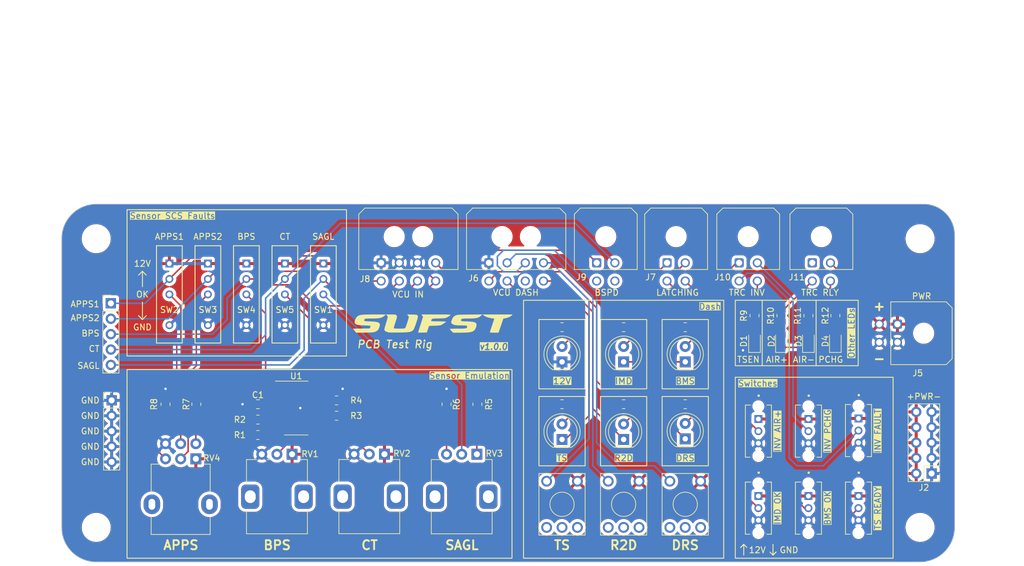
<source format=kicad_pcb>
(kicad_pcb (version 20221018) (generator pcbnew)
  (layers (0 "F.Cu" signal) (31 "B.Cu" signal) (34 "B.Paste" user) (35 "F.Paste" user) (36 "B.SilkS" user "B.Silkscreen") (37 "F.SilkS" user "F.Silkscreen") (38 "B.Mask" user) (39 "F.Mask" user) (44 "Edge.Cuts" user))
  (net 0 "")
  (net 1 "+12V")
  (net 2 "/APPS_1")
  (net 3 "GND")
  (net 4 "/APPS_2")
  (net 5 "/BPS")
  (net 6 "/TS_ON_BTN")
  (net 7 "/R2D_BTN")
  (net 8 "/DRS_BTN")
  (net 9 "Net-(R5-Pad1)")
  (net 10 "Net-(U1A--)")
  (net 11 "Net-(U1C-+)")
  (net 12 "Net-(U1B--)")
  (net 13 "Net-(U1D-+)")
  (net 14 "Net-(D1-A)")
  (net 15 "Net-(D2-A)")
  (net 16 "Net-(D3-A)")
  (net 17 "Net-(D4-A)")
  (net 18 "Net-(D5-A)")
  (net 19 "Net-(D6-A)")
  (net 20 "Net-(R6-Pad2)")
  (net 21 "Net-(R7-Pad1)")
  (net 22 "Net-(D7-A)")
  (net 23 "Net-(D8-A)")
  (net 24 "Net-(D9-A)")
  (net 25 "Net-(D10-A)")
  (net 26 "Net-(U1A-+)")
  (net 27 "Net-(U1B-+)")
  (net 28 "/TS_READY")
  (net 29 "Net-(R8-Pad2)")
  (net 30 "Net-(RV3-Pad2)")
  (net 31 "Net-(RV4-Pad5)")
  (net 32 "Net-(RV4-Pad2)")
  (net 33 "Net-(U1C--)")
  (net 34 "Net-(U1D--)")
  (net 35 "/CT")
  (net 36 "/SAGL")
  (net 37 "/TS_ON_LED")
  (net 38 "/R2D_LED")
  (net 39 "/DRS_LED")
  (net 40 "/IMD_LED")
  (net 41 "/BMS_LED")
  (net 42 "/VC_LEDS")
  (net 43 "/IMD_OK")
  (net 44 "/BMS_DCHG_EN")
  (net 47 "/INV_MAIN_CONTACTOR")
  (net 48 "/INV_PCHG_RLY")
  (net 49 "/INV_FAULT")
  (net 50 "/TS_ENABLED")
  (net 51 "/CLOSE_NEG_AIR")
  (net 52 "/CLOSE_POS_AIR")
  (net 53 "/CLOSE_PCHG_RLY")
  (footprint "SUFST:sufst-text" (layer "F.Cu") (at 138.683998 95.885)
    (fp_text reference "G***" hide)
    (fp_text value "LOGO" hide)
  )
  (footprint "Resistor_SMD:R_0805_2012Metric_Pad1.20x1.40mm_HandSolder" (layer "F.Cu") (at 160.02 109.22)
    (fp_text reference "R14" hide)
    (fp_text value "?k")
  )
  (footprint "Resistor_SMD:R_0805_2012Metric_Pad1.20x1.40mm_HandSolder" (layer "F.Cu") (at 122.825 108.585)
    (fp_text reference "R4")
    (fp_text value "?k")
  )
  (footprint "Connector_Molex:Molex_Micro-Fit_3.0_43045-0400_2x02_P3.00mm_Horizontal" (layer "F.Cu") (at 165.735 85.9)
    (fp_text reference "J9")
    (fp_text value "BSPD")
  )
  (footprint "LED_SMD:LED_0805_2012Metric_Pad1.15x1.40mm_HandSolder" (layer "F.Cu") (at 205.105 98.815 90)
    (fp_text reference "D4")
    (fp_text value "LED4")
  )
  (footprint "Connector_PinHeader_2.54mm:PinHeader_1x05_P2.54mm_Vertical" (layer "F.Cu") (at 85.598 92.583)
    (fp_text reference "J4" hide)
    (fp_text value "Conn_01x05_Pin")
  )
  (footprint "SUFST:SS14MDP2_NKK" (layer "F.Cu") (at 114.3 86.025)
    (fp_text reference "SW5")
    (fp_text value "SW_SP3T")
  )
  (footprint "LED_THT:LED_D5.0mm" (layer "F.Cu") (at 160.02 115.03 90)
    (fp_text reference "D6" hide)
    (fp_text value "TS On")
  )
  (footprint "Resistor_SMD:R_0805_2012Metric_Pad1.20x1.40mm_HandSolder" (layer "F.Cu") (at 196.215 94.615 -90)
    (fp_text reference "R10")
    (fp_text value "?k")
  )
  (footprint "SUFST:SS14MDP2_NKK" (layer "F.Cu") (at 101.6 86.025)
    (fp_text reference "SW3")
    (fp_text value "SW_SP3T")
  )
  (footprint "SUFST:SS14MDP2_NKK" (layer "F.Cu") (at 107.95 86.025)
    (fp_text reference "SW4")
    (fp_text value "SW_SP3T")
  )
  (footprint "LED_THT:LED_D5.0mm" (layer "F.Cu") (at 180.34 114.935 90)
    (fp_text reference "D8" hide)
    (fp_text value "DRS")
  )
  (footprint "Connector_PinHeader_2.54mm:PinHeader_1x05_P2.54mm_Vertical" (layer "F.Cu") (at 85.725 108.585)
    (fp_text reference "J1" hide)
    (fp_text value "Conn_01x05_Pin")
  )
  (footprint "SUFST:SW_OS102011MS2QN1" (layer "F.Cu") (at 208.915 113.57 -90)
    (fp_text reference "SW10" hide)
    (fp_text value "DIGI_4")
  )
  (footprint "SUFST:SW_OS102011MS2QN1" (layer "F.Cu") (at 208.915 126.365 -90)
    (fp_text reference "SW8" hide)
    (fp_text value "DIGI_3")
  )
  (footprint "Resistor_SMD:R_0805_2012Metric_Pad1.20x1.40mm_HandSolder" (layer "F.Cu") (at 160.02 96.52)
    (fp_text reference "R13" hide)
    (fp_text value "?k")
  )
  (footprint "Package_SO:SOIC-14_3.9x8.7mm_P1.27mm" (layer "F.Cu") (at 116.175 109.855)
    (fp_text reference "U1")
    (fp_text value "TLV274")
  )
  (footprint "Resistor_SMD:R_0805_2012Metric_Pad1.20x1.40mm_HandSolder" (layer "F.Cu") (at 109.855 111.76 180)
    (fp_text reference "R2")
    (fp_text value "?k")
  )
  (footprint "Resistor_SMD:R_0805_2012Metric_Pad1.20x1.40mm_HandSolder" (layer "F.Cu") (at 140.97 109.22 -90)
    (fp_text reference "R6")
    (fp_text value "?k")
  )
  (footprint "SUFST:SW_OS102011MS2QN1" (layer "F.Cu") (at 192.405 126.365 -90)
    (fp_text reference "SW6" hide)
    (fp_text value "DIGI_1")
  )
  (footprint "LED_THT:LED_D5.0mm" (layer "F.Cu") (at 170.18 115.03 90)
    (fp_text reference "D7" hide)
    (fp_text value "R2D")
  )
  (footprint "Resistor_SMD:R_0805_2012Metric_Pad1.20x1.40mm_HandSolder" (layer "F.Cu") (at 109.855 114.3 180)
    (fp_text reference "R1")
    (fp_text value "?k")
  )
  (footprint "MountingHole:MountingHole_4.3mm_M4" (layer "F.Cu") (at 83.185 81.915)
    (fp_text reference "H2" hide)
    (fp_text value "MountingHole")
  )
  (footprint "Capacitor_SMD:C_0805_2012Metric_Pad1.18x1.45mm_HandSolder" (layer "F.Cu") (at 109.855 109.22)
    (fp_text reference "C1")
    (fp_text value "100n")
  )
  (footprint "LED_THT:LED_D5.0mm" (layer "F.Cu") (at 160.02 102.24 90)
    (fp_text reference "D5" hide)
    (fp_text value "12V")
  )
  (footprint "Resistor_SMD:R_0805_2012Metric_Pad1.20x1.40mm_HandSolder" (layer "F.Cu") (at 122.825 111.125 180)
    (fp_text reference "R3")
    (fp_text value "?k")
  )
  (footprint "Resistor_SMD:R_0805_2012Metric_Pad1.20x1.40mm_HandSolder" (layer "F.Cu") (at 180.34 109.22)
    (fp_text reference "R16" hide)
    (fp_text value "?k")
  )
  (footprint "Connector_Molex:Molex_Micro-Fit_3.0_43045-0400_2x02_P3.00mm_Horizontal" (layer "F.Cu") (at 215.344 96.012 -90)
    (fp_text reference "J5")
    (fp_text value "Power")
  )
  (footprint "LED_SMD:LED_0805_2012Metric_Pad1.15x1.40mm_HandSolder" (layer "F.Cu") (at 196.215 98.815 90)
    (fp_text reference "D2")
    (fp_text value "LED2")
  )
  (footprint "MountingHole:MountingHole_4.3mm_M4" (layer "F.Cu") (at 219.075 129.54)
    (fp_text reference "H4" hide)
    (fp_text value "MountingHole")
  )
  (footprint "LED_SMD:LED_0805_2012Metric_Pad1.15x1.40mm_HandSolder" (layer "F.Cu") (at 200.66 98.815 90)
    (fp_text reference "D3")
    (fp_text value "LED3")
  )
  (footprint "LED_THT:LED_D5.0mm" (layer "F.Cu") (at 170.18 102.235 90)
    (fp_text reference "D9" hide)
    (fp_text value "IMD")
  )
  (footprint "Resistor_SMD:R_0805_2012Metric_Pad1.20x1.40mm_HandSolder" (layer "F.Cu") (at 146.05 109.22 90)
    (fp_text reference "R5")
    (fp_text value "?k")
  )
  (footprint "Resistor_SMD:R_0805_2012Metric_Pad1.20x1.40mm_HandSolder" (layer "F.Cu") (at 170.18 96.52)
    (fp_text reference "R17" hide)
    (fp_text value "?k")
  )
  (footprint "Potentiometer_THT:Potentiometer_Alps_RK09K_Single_Vertical" (layer "F.Cu") (at 130.725 117.46 -90)
    (fp_text reference "RV2")
    (fp_text value "CT")
  )
  (footprint "LED_THT:LED_D5.0mm" (layer "F.Cu") (at 180.34 102.235 90)
    (fp_text reference "D10" hide)
    (fp_text value "BMS")
  )
  (footprint "MountingHole:MountingHole_4.3mm_M4" (layer "F.Cu") (at 219.075 81.915)
    (fp_text reference "H3" hide)
    (fp_text value "MountingHole")
  )
  (footprint "Connector_Molex:Molex_Micro-Fit_3.0_43045-0400_2x02_P3.00mm_Horizontal" (layer "F.Cu") (at 201.295 85.9)
    (fp_text reference "J11")
    (fp_text value "TRC Relay States")
  )
  (footprint "Resistor_SMD:R_0805_2012Metric_Pad1.20x1.40mm_HandSolder" (layer "F.Cu") (at 191.77 94.615 -90)
    (fp_text reference "R9")
    (fp_text value "?k")
  )
  (footprint "SUFST:SS14MDP2_NKK" (layer "F.Cu") (at 95.25 86.025)
    (fp_text reference "SW2")
    (fp_text value "SW_SP3T")
  )
  (footprint "Button_Switch_THT:KSA_Tactile_SPST" (layer "F.Cu") (at 177.8 121.92)
    (fp_text reference "SW13" hide)
    (fp_text value "DRS")
  )
  (footprint "MountingHole:MountingHole_4.3mm_M4" (layer "F.Cu") (at 83.185 129.54)
    (fp_text reference "H1" hide)
    (fp_text value "MountingHole")
  )
  (footprint "SUFST:SW_OS102011MS2QN1" (layer "F.Cu") (at 200.66 113.665 -90)
    (fp_text reference "SW12" hide)
    (fp_text value "DIGI_5")
  )
  (footprint "Button_Switch_THT:KSA_Tactile_SPST" (layer "F.Cu") (at 167.64 121.92)
    (fp_text reference "SW11" hide)
    (fp_text value "R2D")
  )
  (footprint "Connector_PinHeader_2.54mm:PinHeader_2x05_P2.54mm_Vertical" (layer "F.Cu") (at 220.98 120.65 180)
    (fp_text reference "J2")
    (fp_text value "Power Out")
  )
  (footprint "SUFST:SW_OS102011MS2QN1" (layer "F.Cu") (at 192.405 113.665 -90)
    (fp_text reference "SW14" hide)
    (fp_text value "DIGI_6")
  )
  (footprint "Resistor_SMD:R_0805_2012Metric_Pad1.20x1.40mm_HandSolder" (layer "F.Cu") (at 99.695 109.22 90)
    (fp_text reference "R7")
    (fp_text value "?k")
  )
  (footprint "Connector_Molex:Molex_Micro-Fit_3.0_43045-0400_2x02_P3.00mm_Horizontal" (layer "F.Cu") (at 177.34 85.9)
    (fp_text reference "J7")
    (fp_text value "Latching")
  )
  (footprint "LED_SMD:LED_0805_2012Metric_Pad1.15x1.40mm_HandSolder" (layer "F.Cu") (at 191.77 98.815 90)
    (fp_text reference "D1")
    (fp_text value "LED1")
  )
  (footprint "SUFST:SS14MDP2_NKK" (layer "F.Cu") (at 120.65 86.025)
    (fp_text reference "SW1")
    (fp_text value "SW_SP3T")
  )
  (footprint "Resistor_SMD:R_0805_2012Metric_Pad1.20x1.40mm_HandSolder" (layer "F.Cu") (at 94.615 109.22 -90)
    (fp_text reference "R8")
    (fp_text value "?k")
  )
  (footprint "Connector_Molex:Molex_Micro-Fit_3.0_43045-0400_2x02_P3.00mm_Horizontal" (layer "F.Cu") (at 189.23 85.9)
    (fp_text reference "J10")
    (fp_text value "TRC Inverter")
  )
  (footprint "Potentiometer_THT:Potentiometer_Alpha_RD902F-40-00D_Dual_Vertical" (layer "F.Cu") (at 99.615 118.23 -90)
    (fp_text reference "RV4")
    (fp_text value "APPS")
  )
  (footprint "Connector_Molex:Molex_Micro-Fit_3.0_43045-0800_2x04_P3.00mm_Horizontal" (layer "F.Cu") (at 147.955 85.9)
    (fp_text reference "J6")
    (fp_text value "VCU Dash")
  )
  (footprint "Resistor_SMD:R_0805_2012Metric_Pad1.20x1.40mm_HandSolder" (layer "F.Cu") (at 180.34 96.52)
    (fp_text reference "R18" hide)
    (fp_text value "?k")
  )
  (footprint "Resistor_SMD:R_0805_2012Metric_Pad1.20x1.40mm_HandSolder" (layer "F.Cu") (at 170.18 109.22)
    (fp_text reference "R15" hide)
    (fp_text value "?k")
  )
  (footprint "Connector_Molex:Molex_Micro-Fit_3.0_43045-0800_2x04_P3.00mm_Horizontal" (layer "F.Cu") (at 130.175 85.9)
    (fp_text reference "J8")
    (fp_text value "VCU Inputs")
  )
  (footprint "Resistor_SMD:R_0805_2012Metric_Pad1.20x1.40mm_HandSolder" (layer "F.Cu") (at 200.66 94.615 -90)
    (fp_text reference "R11")
    (fp_text value "?k")
  )
  (footprint "SUFST:SW_OS102011MS2QN1" (layer "F.Cu") (at 200.66 126.365 -90)
    (fp_text reference "SW7" hide)
    (fp_text value "DIGI_2")
  )
  (footprint "Potentiometer_THT:Potentiometer_Alps_RK09K_Single_Vertical" (layer "F.Cu") (at 145.97 117.475 -90)
    (fp_text reference "RV3")
    (fp_text value "SAGL")
  )
  (footprint "Button_Switch_THT:KSA_Tactile_SPST" (layer "F.Cu") (at 157.48 121.92)
    (fp_text reference "SW9" hide)
    (fp_text value "TS On")
  )
  (footprint "Potentiometer_THT:Potentiometer_Alps_RK09K_Single_Vertical" (layer "F.Cu") (at 115.49 117.475 -90)
    (fp_text reference "RV1")
    (fp_text value "BPS")
  )
  (footprint "Resistor_SMD:R_0805_2012Metric_Pad1.20x1.40mm_HandSolder" (layer "F.Cu") (at 205.105 94.615 -90)
    (fp_text reference "R12")
    (fp_text value "?k")
  )
  (gr_line (start 201.93 92.075) (end 201.93 102.87) (stroke (width 0.15)) (layer "F.SilkS"))
  (gr_line (start 91.44 87.93) (end 90.805 87.295) (stroke (width 0.15)) (layer "F.SilkS"))
  (gr_rect (start 88.265 103.505) (end 151.765 134.62) (stroke (width 0.15)) (fill none) (layer "F.SilkS"))
  (gr_line (start 90.805 89.835) (end 90.805 87.295) (stroke (width 0.15)) (layer "F.SilkS"))
  (gr_line (start 189.992 132.334) (end 189.484 132.842) (stroke (width 0.15)) (layer "F.SilkS"))
  (gr_rect (start 153.67 92.075) (end 186.69 134.62) (stroke (width 0.15)) (fill none) (layer "F.SilkS"))
  (gr_rect (start 176.53 95.25) (end 184.15 106.68) (stroke (width 0.15)) (fill none) (layer "F.SilkS"))
  (gr_line (start 90.17 94.615) (end 90.805 95.25) (stroke (width 0.15)) (layer "F.SilkS"))
  (gr_line (start 197.485 102.87) (end 197.485 92.075) (stroke (width 0.15)) (layer "F.SilkS"))
  (gr_rect (start 166.37 107.95) (end 173.99 119.38) (stroke (width 0.15)) (fill none) (layer "F.SilkS"))
  (gr_line (start 195.326 133.604) (end 194.818 134.112) (stroke (width 0.15)) (layer "F.SilkS"))
  (gr_rect (start 176.53 107.95) (end 184.15 119.38) (stroke (width 0.15)) (fill none) (layer "F.SilkS"))
  (gr_line (start 189.484 132.842) (end 189.992 132.334) (stroke (width 0.15)) (layer "F.SilkS"))
  (gr_rect (start 88.265 77.135) (end 124.46 101.265) (stroke (width 0.15)) (fill none) (layer "F.SilkS"))
  (gr_line (start 193.04 92.075) (end 193.04 102.87) (stroke (width 0.15)) (layer "F.SilkS"))
  (gr_rect (start 166.37 95.25) (end 173.99 106.68) (stroke (width 0.15)) (fill none) (layer "F.SilkS"))
  (gr_line (start 90.17 87.93) (end 90.805 87.295) (stroke (width 0.15)) (layer "F.SilkS"))
  (gr_line (start 91.44 94.615) (end 90.805 95.25) (stroke (width 0.15)) (layer "F.SilkS"))
  (gr_line (start 189.992 134.112) (end 189.992 132.334) (stroke (width 0.15)) (layer "F.SilkS"))
  (gr_line (start 190.5 132.842) (end 189.992 132.334) (stroke (width 0.15)) (layer "F.SilkS"))
  (gr_rect (start 156.21 107.95) (end 163.83 119.38) (stroke (width 0.15)) (fill none) (layer "F.SilkS"))
  (gr_line (start 90.805 95.25) (end 90.17 94.615) (stroke (width 0.15)) (layer "F.SilkS"))
  (gr_line (start 90.805 92.375) (end 90.805 94.915) (stroke (width 0.15)) (layer "F.SilkS"))
  (gr_line (start 194.31 133.604) (end 194.818 134.112) (stroke (width 0.15)) (layer "F.SilkS"))
  (gr_line (start 194.818 132.334) (end 194.818 134.112) (stroke (width 0.15)) (layer "F.SilkS"))
  (gr_rect (start 156.21 95.25) (end 163.83 106.68) (stroke (width 0.15)) (fill none) (layer "F.SilkS"))
  (gr_line (start 194.818 134.112) (end 195.326 133.604) (stroke (width 0.15)) (layer "F.SilkS"))
  (gr_rect (start 188.595 104.775) (end 214.63 134.62) (stroke (width 0.15)) (fill none) (layer "F.SilkS"))
  (gr_rect (start 188.595 92.075) (end 208.875 102.87) (stroke (width 0.15)) (fill none) (layer "F.SilkS"))
  (gr_line (start 77.47 81.915) (end 77.47 129.54) (stroke (width 0.1)) (layer "Edge.Cuts"))
  (gr_line (start 83.185 135.255) (end 219.075 135.255) (stroke (width 0.1)) (layer "Edge.Cuts"))
  (gr_arc (start 224.79 129.54) (mid 223.116115 133.581115) (end 219.075 135.255) (stroke (width 0.1)) (layer "Edge.Cuts"))
  (gr_arc (start 77.47 81.915) (mid 79.143885 77.873885) (end 83.185 76.2) (stroke (width 0.1)) (layer "Edge.Cuts"))
  (gr_arc (start 219.71 76.2) (mid 223.302102 77.687898) (end 224.79 81.28) (stroke (width 0.1)) (layer "Edge.Cuts"))
  (gr_arc (start 83.185 135.255) (mid 79.143885 133.581115) (end 77.47 129.54) (stroke (width 0.1)) (layer "Edge.Cuts"))
  (gr_line (start 224.79 81.28) (end 224.79 129.54) (stroke (width 0.1)) (layer "Edge.Cuts"))
  (gr_line (start 219.71 76.2) (end 83.185 76.2) (stroke (width 0.1)) (layer "Edge.Cuts"))
  (gr_text "TRC INV" (at 190.5 90.805) (layer "F.SilkS") (effects (font (size 1 1))))
  (gr_text " INV FAULT " (at 212.09 113.665 90) (layer "F.SilkS" knockout) (effects (font (size 1 0.97))))
  (gr_text " Other LEDs " (at 207.772 97.4852 90) (layer "F.SilkS" knockout) (effects (font (size 1 1))))
  (gr_text "PWR" (at 219.329 91.392) (layer "F.SilkS") (effects (font (size 1 1))))
  (gr_text " TS READY " (at 212.09 126.365 90) (layer "F.SilkS" knockout) (effects (font (size 1 1))))
  (gr_text "GND" (at 90.805 96.52) (layer "F.SilkS") (effects (font (size 1 1))))
  (gr_text "AIR-" (at 199.898 101.854) (layer "F.SilkS") (effects (font (size 1 1))))
  (gr_text "+PWR-" (at 219.71 107.95) (layer "F.SilkS") (effects (font (size 1 1))))
  (gr_text "AIR+" (at 195.453 101.854) (layer "F.SilkS") (effects (font (size 1 1))))
  (gr_text "CT" (at 114.3 81.58) (layer "F.SilkS") (effects (font (size 1 1))))
  (gr_text "BPS" (at 113.03 133.35) (layer "F.SilkS") (effects (font (size 1.5 1.5) (thickness 0.3) bold) (justify bottom)))
  (gr_text "BPS" (at 107.95 81.58) (layer "F.SilkS") (effects (font (size 1 1))))
  (gr_text "LATCHING" (at 179.07 90.805) (layer "F.SilkS") (effects (font (size 1 1))))
  (gr_text "APPS1\n" (at 95.25 81.58) (layer "F.SilkS") (effects (font (size 1 1))))
  (gr_text "CT" (at 83.82 100.076) (layer "F.SilkS") (effects (font (size 1 1)) (justify right)))
  (gr_text "GND" (at 83.82 118.745) (layer "F.SilkS") (effects (font (size 1 1)) (justify right)))
  (gr_text "R2D" (at 170.18 133.35) (layer "F.SilkS") (effects (font (size 1.5 1.5) (thickness 0.3) bold) (justify bottom)))
  (gr_text "TSEN" (at 190.754 101.854) (layer "F.SilkS") (effects (font (size 1 1))))
  (gr_text "  12V  " (at 160.02 105.41) (layer "F.SilkS" knockout) (effects (font (size 1 1.07))))
  (gr_text "  IMD  " (at 170.18 105.41) (layer "F.SilkS" knockout) (effects (font (size 1 1.1))))
  (gr_text "12V" (at 190.754 133.858) (layer "F.SilkS") (effects (font (size 1 1)) (justify left bottom)))
  (gr_text " INV PCHG " (at 203.835 113.665 90) (layer "F.SilkS" knockout) (effects (font (size 1 1))))
  (gr_text "Switches" (at 188.976 105.791) (layer "F.SilkS" knockout) (effects (font (size 1 1)) (justify left)))
  (gr_text "-" (at 212.344 102.568) (layer "F.SilkS") (effects (font (size 1.5 1.5) (thickness 0.3) bold) (justify bottom)))
  (gr_text "TRC RLY" (at 202.565 90.805) (layer "F.SilkS") (effects (font (size 1 1))))
  (gr_text "GND" (at 83.82 113.665) (layer "F.SilkS") (effects (font (size 1 1)) (justify right)))
  (gr_text "GND" (at 83.82 116.205) (layer "F.SilkS") (effects (font (size 1 1)) (justify right)))
  (gr_text "Dash" (at 182.5244 93.1164) (layer "F.SilkS" knockout) (effects (font (size 1 1)) (justify left)))
  (gr_text "GND" (at 195.834 133.858) (layer "F.SilkS") (effects (font (size 1 1)) (justify left bottom)))
  (gr_text "PCHG" (at 204.343 101.854) (layer "F.SilkS") (effects (font (size 1 1))))
  (gr_text "APPS" (at 97.155 133.35) (layer "F.SilkS") (effects (font (size 1.5 1.5) (thickness 0.3) bold) (justify bottom)))
  (gr_text "v1.0.0\n" (at 146.303998 100.33) (layer "F.SilkS" knockout) (effects (font (size 1 1) (thickness 0.2) bold italic) (justify left bottom)))
  (gr_text "GND" (at 83.82 108.585) (layer "F.SilkS") (effects (font (size 1 1)) (justify right)))
  (gr_text "BPS" (at 83.82 97.536) (layer "F.SilkS") (effects (font (size 1 1)) (justify right)))
  (gr_text "VCU DASH" (at 152.4 90.805) (layer "F.SilkS") (effects (font (size 1 1))))
  (gr_text "+" (at 212.344 93.932) (layer "F.SilkS") (effects (font (size 1.5 1.5) (thickness 0.3) bold) (justify bottom)))
  (gr_text "  BMS OK  " (at 203.835 126.365 90) (layer "F.SilkS" knockout) (effects (font (size 1 0.95))))
  (gr_text "APPS2" (at 101.6 81.58) (layer "F.SilkS") (effects (font (size 1 1))))
  (gr_text "GND" (at 83.82 111.125) (layer "F.SilkS") (effects (font (size 1 1)) (justify right)))
  (gr_text "SAGL" (at 120.65 81.58) (layer "F.SilkS") (effects (font (size 1 1))))
  (gr_text " BSPD" (at 167.005 90.805) (layer "F.SilkS") (effects (font (size 1 1))))
  (gr_text "  IMD OK  " (at 195.58 126.365 90) (layer "F.SilkS" knockout) (effects (font (size 1 1))))
  (gr_text "TS" (at 160.02 133.35) (layer "F.SilkS") (effects (font (size 1.5 1.5) (thickness 0.3) bold) (justify bottom)))
  (gr_text "CT" (at 128.27 133.35) (layer "F.SilkS") (effects (font (size 1.5 1.5) (thickness 0.3) bold) (justify bottom)))
  (gr_text "  BMS  " (at 180.34 105.41) (layer "F.SilkS" knockout) (effects (font (size 1 1.02))))
  (gr_text "OK" (at 90.805 91.105) (layer "F.SilkS") (effects (font (size 1 1))))
  (gr_text "Sensor SCS Faults\n" (at 88.646 78.151) (layer "F.SilkS" knockout) (effects (font (size 1 1)) (justify left)))
  (gr_text "DRS" (at 180.34 133.35) (layer "F.SilkS") (effects (font (size 1.5 1.5) (thickness 0.3) bold) (justify bottom)))
  (gr_text "   TS   " (at 160.02 118.11) (layer "F.SilkS" knockout) (effects (font (size 1 0.99))))
  (gr_text "Sensor Emulation" (at 138.049 104.521) (layer "F.SilkS" knockout) (effects (font (size 1 1)) (justify left)))
  (gr_text "APPS1\n" (at 83.82 92.71) (layer "F.SilkS") (effects (font (size 1 1)) (justify right)))
  (gr_text "  DRS  " (at 180.34 118.11) (layer "F.SilkS" knockout) (effects (font (size 1 1.04))))
  (gr_text "  R2D  " (at 170.18 118.11) (layer "F.SilkS" knockout) (effects (font (size 1 1.04))))
  (gr_text "SAGL" (at 143.51 133.35) (layer "F.SilkS") (effects (font (size 1.5 1.5) (thickness 0.3) bold) (justify bottom)))
  (gr_text " INV AIR+ " (at 195.58 113.665 90) (layer "F.SilkS" knockout) (effects (font (size 1 1.03))))
  (gr_text "VCU IN" (at 134.62 91.105) (layer "F.SilkS") (effects (font (size 1 1))))
  (gr_text "12V" (at 90.805 86.025) (layer "F.SilkS") (effects (font (size 1 1))))
  (gr_text "APPS2\n" (at 83.82 94.996) (layer "F.SilkS") (effects (font (size 1 1)) (justify right)))
  (gr_text "PCB Test Rig" (at 126.110998 100.076) (layer "F.SilkS") (effects (font (size 1.25 1.25) (thickness 0.2) bold italic) (justify left bottom)))
  (gr_text "SAGL" (at 83.82 102.87) (layer "F.SilkS") (effects (font (size 1 1)) (justify right)))
  (segment (start 111.5275 109.855) (end 110.8925 109.22) (width 0.5) (layer "F.Cu") (net 1))
  (segment (start 113.7 109.855) (end 111.5275 109.855) (width 0.5) (layer "F.Cu") (net 1))
  (segment (start 95.25 86.025) (end 101.6 86.025) (width 0.5) (layer "B.Cu") (net 1))
  (segment (start 130.175 88.9) (end 128.605 88.9) (width 0.25) (layer "F.Cu") (net 2))
  (segment (start 128.605 88.9) (end 124.46 84.755) (width 0.25) (layer "F.Cu") (net 2))
  (segment (start 99.06 84.755) (end 95.25 88.565) (width 0.25) (layer "F.Cu") (net 2))
  (segment (start 124.46 84.755) (end 99.06 84.755) (width 0.25) (layer "F.Cu") (net 2))
  (segment (start 95.25 88.565) (end 91.232 92.583) (width 0.25) (layer "B.Cu") (net 2))
  (segment (start 91.232 92.583) (end 85.598 92.583) (width 0.25) (layer "B.Cu") (net 2))
  (segment (start 118.65 109.855) (end 116.84 109.855) (width 0.25) (layer "F.Cu") (net 3))
  (segment (start 123.825 106.68) (end 123.825 108.585) (width 0.25) (layer "F.Cu") (net 3))
  (segment (start 191.77 99.84) (end 205.105 99.84) (width 0.25) (layer "F.Cu") (net 3))
  (segment (start 94.615 108.22) (end 94.615 106.68) (width 0.25) (layer "F.Cu") (net 3))
  (segment (start 190.355 99.84) (end 189.865 100.33) (width 0.25) (layer "F.Cu") (net 3))
  (segment (start 140.97 108.22) (end 140.97 106.68) (width 0.25) (layer "F.Cu") (net 3))
  (segment (start 107.315 109.22) (end 108.8175 109.22) (width 0.25) (layer "F.Cu") (net 3))
  (segment (start 108.855 109.2575) (end 108.8175 109.22) (width 0.25) (layer "F.Cu") (net 3))
  (segment (start 191.77 99.84) (end 190.355 99.84) (width 0.25) (layer "F.Cu") (net 3))
  (segment (start 108.855 111.76) (end 108.855 109.2575) (width 0.25) (layer "F.Cu") (net 3))
  (via (at 123.825 106.68) (size 0.8) (drill 0.4) (layers "F.Cu" "B.Cu") (net 3))
  (via (at 189.865 100.33) (size 0.8) (drill 0.4) (layers "F.Cu" "B.Cu") (net 3))
  (via (at 94.615 106.68) (size 0.8) (drill 0.4) (layers "F.Cu" "B.Cu") (net 3))
  (via (at 107.315 109.22) (size 0.8) (drill 0.4) (layers "F.Cu" "B.Cu") (net 3))
  (via (at 140.97 106.68) (size 0.8) (drill 0.4) (layers "F.Cu" "B.Cu") (net 3))
  (via (at 116.84 109.855) (size 0.8) (drill 0.4) (layers "F.Cu" "B.Cu") (net 3))
  (segment (start 102.87 87.295) (end 123.19 87.295) (width 0.25) (layer "F.Cu") (net 4))
  (segment (start 131.605 90.47) (end 133.175 88.9) (width 0.25) (layer "F.Cu") (net 4))
  (segment (start 126.365 90.47) (end 131.605 90.47) (width 0.25) (layer "F.Cu") (net 4))
  (segment (start 123.19 87.295) (end 126.365 90.47) (width 0.25) (layer "F.Cu") (net 4))
  (segment (start 101.6 88.565) (end 102.87 87.295) (width 0.25) (layer "F.Cu") (net 4))
  (segment (start 85.598 95.123) (end 95.042 95.123) (width 0.25) (layer "B.Cu") (net 4))
  (segment (start 95.042 95.123) (end 101.6 88.565) (width 0.25) (layer "B.Cu") (net 4))
  (segment (start 163.655 83.82) (end 165.735 85.9) (width 0.25) (layer "F.Cu") (net 5))
  (segment (start 139.175 88.9) (end 137.795 87.52) (width 0.25) (layer "F.Cu") (net 5))
  (segment (start 114.702906 89.5377) (end 113.897094 89.5377) (width 0.25) (layer "F.Cu") (net 5))
  (segment (start 110.64 88.565) (end 107.95 88.565) (width 0.25) (layer "F.Cu") (net 5))
  (segment (start 135.065 93.01) (end 119.38 93.01) (width 0.25) (layer "F.Cu") (net 5))
  (segment (start 137.795 87.52) (end 137.795 85.09) (width 0.25) (layer "F.Cu") (net 5))
  (segment (start 119.38 93.01) (end 115.905 89.535) (width 0.25) (layer "F.Cu") (net 5))
  (segment (start 113.894394 89.535) (end 111.61 89.535) (width 0.25) (layer "F.Cu") (net 5))
  (segment (start 115.905 89.535) (end 114.705606 89.535) (width 0.25) (layer "F.Cu") (net 5))
  (segment (start 139.065 83.82) (end 163.655 83.82) (width 0.25) (layer "F.Cu") (net 5))
  (segment (start 137.795 85.09) (end 139.065 83.82) (width 0.25) (layer "F.Cu") (net 5))
  (segment (start 113.897094 89.5377) (end 113.894394 89.535) (width 0.25) (layer "F.Cu") (net 5))
  (segment (start 114.705606 89.535) (end 114.702906 89.5377) (width 0.25) (layer "F.Cu") (net 5))
  (segment (start 139.175 88.9) (end 135.065 93.01) (width 0.25) (layer "F.Cu") (net 5))
  (segment (start 111.61 89.535) (end 110.64 88.565) (width 0.25) (layer "F.Cu") (net 5))
  (segment (start 85.598 97.663) (end 102.362 97.663) (width 0.25) (layer "B.Cu") (net 5))
  (segment (start 104.775 91.74) (end 107.95 88.565) (width 0.25) (layer "B.Cu") (net 5))
  (segment (start 104.775 95.25) (end 104.775 91.74) (width 0.25) (layer "B.Cu") (net 5))
  (segment (start 102.362 97.663) (end 104.775 95.25) (width 0.25) (layer "B.Cu") (net 5))
  (segment (start 156.955 85.9) (end 158.29 85.9) (width 0.25) (layer "B.Cu") (net 6))
  (segment (start 158.29 85.9) (end 164.465 92.075) (width 0.25) (layer "B.Cu") (net 6))
  (segment (start 164.465 92.075) (end 164.465 114.935) (width 0.25) (layer "B.Cu") (net 6))
  (segment (start 164.465 114.935) (end 157.48 121.92) (width 0.25) (layer "B.Cu") (net 6))
  (segment (start 165.1 91.44) (end 158.115 84.455) (width 0.25) (layer "B.Cu") (net 7))
  (segment (start 152.4 84.455) (end 150.955 85.9) (width 0.25) (layer "B.Cu") (net 7))
  (segment (start 158.115 84.455) (end 152.4 84.455) (width 0.25) (layer "B.Cu") (net 7))
  (segment (start 167.64 121.92) (end 165.1 119.38) (width 0.25) (layer "B.Cu") (net 7))
  (segment (start 165.1 119.38) (end 165.1 91.44) (width 0.25) (layer "B.Cu") (net 7))
  (segment (start 149.352 86.36) (end 149.352 84.836) (width 0.25) (layer "B.Cu") (net 8))
  (segment (start 150.368 83.82) (end 158.75 83.82) (width 0.25) (layer "B.Cu") (net 8))
  (segment (start 158.75 83.82) (end 165.735 90.805) (width 0.25) (layer "B.Cu") (net 8))
  (segment (start 165.735 115.57) (end 169.545 119.38) (width 0.25) (layer "B.Cu") (net 8))
  (segment (start 150.368 87.376) (end 149.352 86.36) (width 0.25) (layer "B.Cu") (net 8))
  (segment (start 169.545 119.38) (end 175.26 119.38) (width 0.25) (layer "B.Cu") (net 8))
  (segment (start 175.26 119.38) (end 177.8 121.92) (width 0.25) (layer "B.Cu") (net 8))
  (segment (start 152.479 87.376) (end 150.368 87.376) (width 0.25) (layer "B.Cu") (net 8))
  (segment (start 149.352 84.836) (end 150.368 83.82) (width 0.25) (layer "B.Cu") (net 8))
  (segment (start 165.735 90.805) (end 165.735 115.57) (width 0.25) (layer "B.Cu") (net 8))
  (segment (start 153.955 85.9) (end 152.479 87.376) (width 0.25) (layer "B.Cu") (net 8))
  (segment (start 145.97 110.3) (end 145.97 117.475) (width 0.25) (layer "F.Cu") (net 9))
  (segment (start 146.05 110.22) (end 145.97 110.3) (width 0.25) (layer "F.Cu") (net 9))
  (segment (start 111.125 103.47) (end 111.125 94.28) (width 0.25) (layer "F.Cu") (net 10))
  (segment (start 113.7 107.315) (end 113.7 106.045) (width 0.25) (layer "F.Cu") (net 10))
  (segment (start 113.7 106.045) (end 111.125 103.47) (width 0.25) (layer "F.Cu") (net 10))
  (segment (start 111.125 94.28) (end 107.95 91.105) (width 0.25) (layer "F.Cu") (net 10))
  (segment (start 126.335 115.57) (end 118.11 115.57) (width 0.25) (layer "F.Cu") (net 11))
  (segment (start 117.475 111.125) (end 118.65 111.125) (width 0.25) (layer "F.Cu") (net 11))
  (segment (start 116.84 111.76) (end 117.475 111.125) (width 0.25) (layer "F.Cu") (net 11))
  (segment (start 116.84 114.3) (end 116.84 111.76) (width 0.25) (layer "F.Cu") (net 11))
  (segment (start 118.11 115.57) (end 116.84 114.3) (width 0.25) (layer "F.Cu") (net 11))
  (segment (start 128.225 117.46) (end 126.335 115.57) (width 0.25) (layer "F.Cu") (net 11))
  (segment (start 113.065 114.3) (end 113.7 113.665) (width 0.25) (layer "F.Cu") (net 12))
  (segment (start 113.7 112.395) (end 113.7 113.665) (width 0.25) (layer "F.Cu") (net 12))
  (segment (start 110.855 114.3) (end 113.065 114.3) (width 0.25) (layer "F.Cu") (net 12))
  (segment (start 121.825 108.585) (end 121.825 111.125) (width 0.25) (layer "F.Cu") (net 13))
  (segment (start 121.825 108.585) (end 118.65 108.585) (width 0.25) (layer "F.Cu") (net 13))
  (segment (start 191.77 95.615) (end 191.77 97.79) (width 0.25) (layer "F.Cu") (net 14))
  (segment (start 196.215 97.79) (end 196.215 95.615) (width 0.25) (layer "F.Cu") (net 15))
  (segment (start 200.66 95.615) (end 200.66 97.79) (width 0.25) (layer "F.Cu") (net 16))
  (segment (start 205.105 95.615) (end 205.105 97.79) (width 0.25) (layer "F.Cu") (net 17))
  (segment (start 161.02 98.7) (end 161.02 96.52) (width 0.25) (layer "F.Cu") (net 18))
  (segment (start 160.02 99.7) (end 161.02 98.7) (width 0.25) (layer "F.Cu") (net 18))
  (segment (start 161.02 109.22) (end 161.02 111.49) (width 0.25) (layer "F.Cu") (net 19))
  (segment (start 161.02 111.49) (end 160.02 112.49) (width 0.25) (layer "F.Cu") (net 19))
  (segment (start 140.97 110.22) (end 140.97 117.475) (width 0.25) (layer "F.Cu") (net 20))
  (segment (start 99.695 110.22) (end 99.615 110.3) (width 0.25) (layer "F.Cu") (net 21))
  (segment (start 99.615 110.3) (end 99.615 115.73) (width 0.25) (layer "F.Cu") (net 21))
  (segment (start 171.18 111.49) (end 171.18 109.22) (width 0.25) (layer "F.Cu") (net 22))
  (segment (start 170.18 112.49) (end 171.18 111.49) (width 0.25) (layer "F.Cu") (net 22))
  (segment (start 180.34 112.395) (end 181.34 111.395) (width 0.25) (layer "F.Cu") (net 23))
  (segment (start 181.34 111.395) (end 181.34 109.22) (width 0.25) (layer "F.Cu") (net 23))
  (segment (start 171.18 98.695) (end 171.18 96.52) (width 0.25) (layer "F.Cu") (net 24))
  (segment (start 170.18 99.695) (end 171.18 98.695) (width 0.25) (layer "F.Cu") (net 24))
  (segment (start 181.34 98.695) (end 181.34 96.52) (width 0.25) (layer "F.Cu") (net 25))
  (segment (start 180.34 99.695) (end 181.34 98.695) (width 0.25) (layer "F.Cu") (net 25))
  (segment (start 115.57 109.22) (end 114.935 108.585) (width 0.25) (layer "F.Cu") (net 26))
  (segment (start 110.855 111.76) (end 112.125 110.49) (width 0.25) (layer "F.Cu") (net 26))
  (segment (start 113.7 108.585) (end 113.03 108.585) (width 0.25) (layer "F.Cu") (net 26))
  (segment (start 114.935 110.49) (end 115.57 109.855) (width 0.25) (layer "F.Cu") (net 26))
  (segment (start 108.855 113.76) (end 110.855 111.76) (width 0.25) (layer "F.Cu") (net 26))
  (segment (start 114.935 108.585) (end 113.7 108.585) (width 0.25) (layer "F.Cu") (net 26))
  (segment (start 115.57 109.855) (end 115.57 109.22) (width 0.25) (layer "F.Cu") (net 26))
  (segment (start 108.855 114.3) (end 108.855 113.76) (width 0.25) (layer "F.Cu") (net 26))
  (segment (start 112.125 110.49) (end 114.935 110.49) (width 0.25) (layer "F.Cu") (net 26))
  (segment (start 116.165 114.3) (end 112.99 117.475) (width 0.25) (layer "F.Cu") (net 27))
  (segment (start 114.935 111.125) (end 116.205 112.395) (width 0.25) (layer "F.Cu") (net 27))
  (segment (start 116.205 112.395) (end 116.205 114.3) (width 0.25) (layer "F.Cu") (net 27))
  (segment (start 113.7 111.125) (end 114.935 111.125) (width 0.25) (layer "F.Cu") (net 27))
  (segment (start 116.205 114.3) (end 116.165 114.3) (width 0.25) (layer "F.Cu") (net 27))
  (segment (start 153.035 131.445) (end 153.035 93.98) (width 0.25) (layer "F.Cu") (net 28))
  (segment (start 200.66 134.62) (end 156.21 134.62) (width 0.25) (layer "F.Cu") (net 28))
  (segment (start 156.21 134.62) (end 153.035 131.445) (width 0.25) (layer "F.Cu") (net 28))
  (segment (start 151.13 92.075) (end 145.35 92.075) (width 0.25) (layer "F.Cu") (net 28))
  (segment (start 208.915 126.365) (end 200.66 134.62) (width 0.25) (layer "F.Cu") (net 28))
  (segment (start 153.035 93.98) (end 151.13 92.075) (width 0.25) (layer "F.Cu") (net 28))
  (segment (start 145.35 92.075) (end 139.175 85.9) (width 0.25) (layer "F.Cu") (net 28))
  (segment (start 92.71 116.325) (end 92.71 112.125) (width 0.25) (layer "F.Cu") (net 29))
  (segment (start 92.71 112.125) (end 94.615 110.22) (width 0.25) (layer "F.Cu") (net 29))
  (segment (start 94.615 118.23) (end 92.71 116.325) (width 0.25) (layer "F.Cu") (net 29))
  (segment (start 143.47 106.005) (end 140.97 103.505) (width 0.25) (layer "B.Cu") (net 30))
  (segment (start 140.97 103.505) (end 133.05 103.505) (width 0.25) (layer "B.Cu") (net 30))
  (segment (start 143.47 117.475) (end 143.47 106.005) (width 0.25) (layer "B.Cu") (net 30))
  (segment (start 133.05 103.505) (end 120.65 91.105) (width 0.25) (layer "B.Cu") (net 30))
  (segment (start 96.4565 113.7285) (end 96.4565 99.1235) (width 0.25) (layer "F.Cu") (net 31))
  (segment (start 97.155 98.425) (end 97.155 93.01) (width 0.25) (layer "F.Cu") (net 31))
  (segment (start 96.4565 99.1235) (end 97.155 98.425) (width 0.25) (layer "F.Cu") (net 31))
  (segment (start 97.115 114.387) (end 97.115 115.73) (width 0.25) (layer "F.Cu") (net 31))
  (segment (start 97.155 93.01) (end 95.25 91.105) (width 0.25) (layer "F.Cu") (net 31))
  (segment (start 96.4565 113.7285) (end 97.115 114.387) (width 0.25) (layer "F.Cu") (net 31))
  (segment (start 99.695 102.87) (end 99.695 93.01) (width 0.25) (layer "F.Cu") (net 32))
  (segment (start 97.155 105.41) (end 99.695 102.87) (width 0.25) (layer "F.Cu") (net 32))
  (segment (start 98.34 114.215) (end 97.155 113.03) (width 0.25) (layer "F.Cu") (net 32))
  (segment (start 97.155 113.03) (end 97.155 105.41) (width 0.25) (layer "F.Cu") (net 32))
  (segment (start 97.115 118.23) (end 98.34 117.005) (width 0.25) (layer "F.Cu") (net 32))
  (segment (start 98.34 117.005) (end 98.34 114.215) (width 0.25) (layer "F.Cu") (net 32))
  (segment (start 99.695 93.01) (end 101.6 91.105) (width 0.25) (layer "F.Cu") (net 32))
  (segment (start 122.555 112.395) (end 118.65 112.395) (width 0.25) (layer "F.Cu") (net 33))
  (segment (start 118.65 112.395) (end 118.65 113.665) (width 0.25) (layer "F.Cu") (net 33))
  (segment (start 123.825 111.125) (end 122.555 112.395) (width 0.25) (layer "F.Cu") (net 33))
  (segment (start 118.65 106.045) (end 118.65 95.455) (width 0.25) (layer "F.Cu") (net 34))
  (segment (start 118.015 94.82) (end 114.3 91.105) (width 0.25) (layer "F.Cu") (net 34))
  (segment (start 118.65 95.455) (end 118.015 94.82) (width 0.25) (layer "F.Cu") (net 34))
  (segment (start 118.65 107.315) (end 118.65 106.045) (width 0.25) (layer "F.Cu") (net 34))
  (segment (start 85.598 100.203) (end 108.712 100.203) (width 0.25) (layer "B.Cu") (net 35))
  (segment (start 111.125 91.74) (end 114.3 88.565) (width 0.25) (layer "B.Cu") (net 35))
  (segment (start 108.712 100.203) (end 111.125 97.79) (width 0.25) (layer "B.Cu") (net 35))
  (segment (start 162.21 79.375) (end 123.49 79.375) (width 0.25) (layer "B.Cu") (net 35))
  (segment (start 168.735 85.9) (end 162.21 79.375) (width 0.25) (layer "B.Cu") (net 35))
  (segment (start 111.125 97.79) (end 111.125 91.74) (width 0.25) (layer "B.Cu") (net 35))
  (segment (start 123.49 79.375) (end 114.3 88.565) (width 0.25) (layer "B.Cu") (net 35))
  (segment (start 136.175 88.9) (end 133.335 91.74) (width 0.25) (layer "F.Cu") (net 36))
  (segment (start 133.335 91.74) (end 123.825 91.74) (width 0.25) (layer "F.Cu") (net 36))
  (segment (start 123.825 91.74) (end 120.65 88.565) (width 0.25) (layer "F.Cu") (net 36))
  (segment (start 115.062 102.743) (end 117.475 100.33) (width 0.25) (layer "B.Cu") (net 36))
  (segment (start 85.598 102.743) (end 115.062 102.743) (width 0.25) (layer "B.Cu") (net 36))
  (segment (start 117.475 100.33) (end 117.475 91.74) (width 0.25) (layer "B.Cu") (net 36))
  (segment (start 117.475 91.74) (end 120.65 88.565) (width 0.25) (layer "B.Cu") (net 36))
  (segment (start 160.56 115.03) (end 160.02 115.03) (width 0.25) (layer "F.Cu") (net 37))
  (segment (start 150.955 88.9) (end 153.495 91.44) (width 0.25) (layer "F.Cu") (net 37))
  (segment (start 164.465 111.125) (end 160.56 115.03) (width 0.25) (layer "F.Cu") (net 37))
  (segment (start 161.29 91.44) (end 164.465 94.615) (width 0.25) (layer "F.Cu") (net 37))
  (segment (start 153.495 91.44) (end 161.29 91.44) (width 0.25) (layer "F.Cu") (net 37))
  (segment (start 164.465 94.615) (end 164.465 111.125) (width 0.25) (layer "F.Cu") (net 37))
  (segment (start 160.02 88.9) (end 165.1 93.98) (width 0.25) (layer "F.Cu") (net 38))
  (segment (start 165.1 109.95) (end 170.18 115.03) (width 0.25) (layer "F.Cu") (net 38))
  (segment (start 156.955 88.9) (end 160.02 88.9) (width 0.25) (layer "F.Cu") (net 38))
  (segment (start 165.1 93.98) (end 165.1 109.95) (width 0.25) (layer "F.Cu") (net 38))
  (segment (start 159.766 87.376) (end 165.735 93.345) (width 0.25) (layer "F.Cu") (net 39))
  (segment (start 165.735 93.345) (end 165.735 105.41) (width 0.25) (layer "F.Cu") (net 39))
  (segment (start 173.99 106.68) (end 175.895 108.585) (width 0.25) (layer "F.Cu") (net 39))
  (segment (start 175.895 110.49) (end 180.34 114.935) (width 0.25) (layer "F.Cu") (net 39))
  (segment (start 147.955 88.9) (end 149.479 87.376) (width 0.25) (layer "F.Cu") (net 39))
  (segment (start 149.479 87.376) (end 159.766 87.376) (width 0.25) (layer "F.Cu") (net 39))
  (segment (start 175.895 108.585) (end 175.895 110.49) (width 0.25) (layer "F.Cu") (net 39))
  (segment (start 167.005 106.68) (end 173.99 106.68) (width 0.25) (layer "F.Cu") (net 39))
  (segment (start 165.735 105.41) (end 167.005 106.68) (width 0.25) (layer "F.Cu") (net 39))
  (segment (start 175.26 100.33) (end 175.26 87.98) (width 0.25) (layer "F.Cu") (net 40))
  (segment (start 175.26 87.98) (end 177.34 85.9) (width 0.25) (layer "F.Cu") (net 40))
  (segment (start 170.18 102.235) (end 173.355 102.235) (width 0.25) (layer "F.Cu") (net 40))
  (segment (start 173.355 102.235) (end 175.26 100.33) (width 0.25) (layer "F.Cu") (net 40))
  (segment (start 175.895 88.265) (end 175.895 100.33) (width 0.25) (layer "F.Cu") (net 41))
  (segment (start 176.784 87.376) (end 175.895 88.265) (width 0.25) (layer "F.Cu") (net 41))
  (segment (start 180.34 85.9) (end 178.864 87.376) (width 0.25) (layer "F.Cu") (net 41))
  (segment (start 178.864 87.376) (end 176.784 87.376) (width 0.25) (layer "F.Cu") (net 41))
  (segment (start 175.895 100.33) (end 177.8 102.235) (width 0.25) (layer "F.Cu") (net 41))
  (segment (start 177.8 102.235) (end 180.34 102.235) (width 0.25) (layer "F.Cu") (net 41))
  (segment (start 192.405 126.365) (end 187.325 121.285) (width 0.25) (layer "F.Cu") (net 43))
  (segment (start 186.055 90.805) (end 179.245 90.805) (width 0.25) (layer "F.Cu") (net 43))
  (segment (start 187.325 92.075) (end 186.055 90.805) (width 0.25) (layer "F.Cu") (net 43))
  (segment (start 179.245 90.805) (end 177.34 88.9) (width 0.25) (layer "F.Cu") (net 43))
  (segment (start 187.325 121.285) (end 187.325 92.075) (width 0.25) (layer "F.Cu") (net 43))
  (segment (start 187.96 117.475) (end 190.5 120.015) (width 0.25) (layer "F.Cu") (net 44))
  (segment (start 193.675 120.015) (end 200.025 126.365) (width 0.25) (layer "F.Cu") (net 44))
  (segment (start 181.61 90.17) (end 186.69 90.17) (width 0.25) (layer "F.Cu") (net 44))
  (segment (start 200.025 126.365) (end 200.66 126.365) (width 0.25) (layer "F.Cu") (net 44))
  (segment (start 187.96 91.44) (end 187.96 117.475) (width 0.25) (layer "F.Cu") (net 44))
  (segment (start 186.69 90.17) (end 187.96 91.44) (width 0.25) (layer "F.Cu") (net 44))
  (segment (start 180.34 88.9) (end 181.61 90.17) (width 0.25) (layer "F.Cu") (net 44))
  (segment (start 190.5 120.015) (end 193.675 120.015) (width 0.25) (layer "F.Cu") (net 44))
  (segment (start 189.23 85.9) (end 188.77 85.9) (width 0.25) (layer "F.Cu") (net 47))
  (segment (start 187.325 89.535) (end 188.595 90.805) (width 0.25) (layer "F.Cu") (net 47))
  (segment (start 188.595 90.805) (end 188.595 109.855) (width 0.25) (layer "F.Cu") (net 47))
  (segment (start 187.325 87.345) (end 187.325 89.535) (width 0.25) (layer "F.Cu") (net 47))
  (segment (start 188.77 85.9) (end 187.325 87.345) (width 0.25) (layer "F.Cu") (net 47))
  (segment (start 188.595 109.855) (end 192.405 113.665) (width 0.25) (layer "F.Cu") (net 47))
  (segment (start 198.12 111.125) (end 200.66 113.665) (width 0.25) (layer "B.Cu") (net 48))
  (segment (start 192.23 85.9) (end 198.12 91.79) (width 0.25) (layer "B.Cu") (net 48))
  (segment (start 198.12 91.79) (end 198.12 111.125) (width 0.25) (layer "B.Cu") (net 48))
  (segment (start 188.77 88.9) (end 189.23 89.36) (width 0.25) (layer "F.Cu") (net 49))
  (segment (start 193.04 87.63) (end 190.5 87.63) (width 0.25) (layer "B.Cu") (net 49))
  (segment (start 198.755 119.38) (end 197.485 118.11) (width 0.25) (layer "B.Cu") (net 49))
  (segment (start 197.485 92.075) (end 193.04 87.63) (width 0.25) (layer "B.Cu") (net 49))
  (segment (start 203.2 119.38) (end 198.755 119.38) (width 0.25) (layer "B.Cu") (net 49))
  (segment (start 208.915 113.57) (end 203.2 119.285) (width 0.25) (layer "B.Cu") (net 49))
  (segment (start 203.2 119.285) (end 203.2 119.38) (width 0.25) (layer "B.Cu") (net 49))
  (segment (start 197.485 118.11) (end 197.485 92.075) (width 0.25) (layer "B.Cu") (net 49))
  (segment (start 190.5 87.63) (end 189.23 88.9) (width 0.25) (layer "B.Cu") (net 49))
  (segment (start 192.23 93.155) (end 191.77 93.615) (width 0.25) (layer "F.Cu") (net 50))
  (segment (start 192.23 88.9) (end 192.23 93.155) (width 0.25) (layer "F.Cu") (net 50))
  (segment (start 204.295 89.98) (end 204.295 88.9) (width 0.25) (layer "F.Cu") (net 51))
  (segment (start 200.66 93.615) (end 204.295 89.98) (width 0.25) (layer "F.Cu") (net 51))
  (segment (start 201.295 88.9) (end 196.58 93.615) (width 0.25) (layer "F.Cu") (net 52))
  (segment (start 196.58 93.615) (end 196.215 93.615) (width 0.25) (layer "F.Cu") (net 52))
  (segment (start 205.74 87.345) (end 204.295 85.9) (width 0.25) (layer "F.Cu") (net 53))
  (segment (start 205.74 92.98) (end 205.74 87.345) (width 0.25) (layer "F.Cu") (net 53))
  (segment (start 205.105 93.615) (end 205.74 92.98) (width 0.25) (layer "F.Cu") (net 53))
  (zone (net 1) (net_name "+12V") (layer "F.Cu") (connect_pads (clearance 0.5)) (min_thickness 0.25) (fill yes (thermal_gap 0.5) (thermal_bridge_width 0.5))
    (polygon (pts (xy 67.31 42.545) (xy 236.22 43.18) (xy 236.22 135.89) (xy 67.31 135.255)))
  )
  (zone (net 3) (net_name "GND") (layer "B.Cu") (connect_pads (clearance 0.5)) (min_thickness 0.25) (fill yes (thermal_gap 0.5) (thermal_bridge_width 0.5))
    (polygon (pts (xy 67.31 42.545) (xy 236.22 43.18) (xy 236.22 135.89) (xy 67.31 135.255)))
  )
)
</source>
